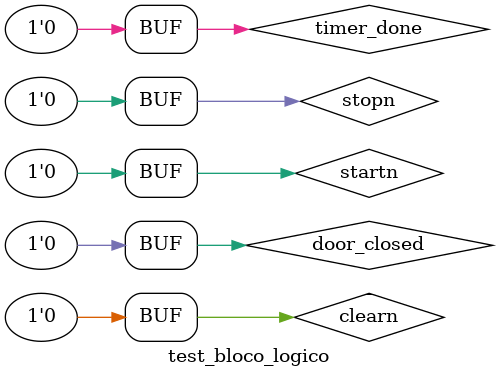
<source format=v>
`timescale 1ns/1ns

module test_bloco_logico;

    reg startn, stopn, clearn, door_closed, timer_done;
  	wire  set, reset;

  	controle dut(startn, stopn, clearn, door_closed, timer_done, set, reset);

    initial
        begin

            $dumpfile("test_bloco_logico.vcd");
            $dumpvars(0, test_bloco_logico);

                startn=1; stopn=0; clearn=0; door_closed=0; timer_done=0;
            #5  startn=1; stopn=0; clearn=0; door_closed=1; timer_done=0;
         	  #5  startn=1; stopn=1; clearn=0; door_closed=1; timer_done=0;
            #5  startn=1; stopn=0; clearn=0; door_closed=1; timer_done=0;
            #5  startn=1; stopn=0; clearn=0; door_closed=1; timer_done=1;
            #5  startn=1; stopn=0; clearn=0; door_closed=0; timer_done=0;
          	#5  startn=1; stopn=0; clearn=1; door_closed=1; timer_done=1;
            #5  startn=1; stopn=0; clearn=0; door_closed=1; timer_done=0;
          	#5  startn=1; stopn=1; clearn=1; door_closed=1; timer_done=1;
            #5  startn=0; stopn=1; clearn=1; door_closed=1; timer_done=1;
            #5  startn=0; stopn=0; clearn=0; door_closed=0; timer_done=0;
          
        end
endmodule
</source>
